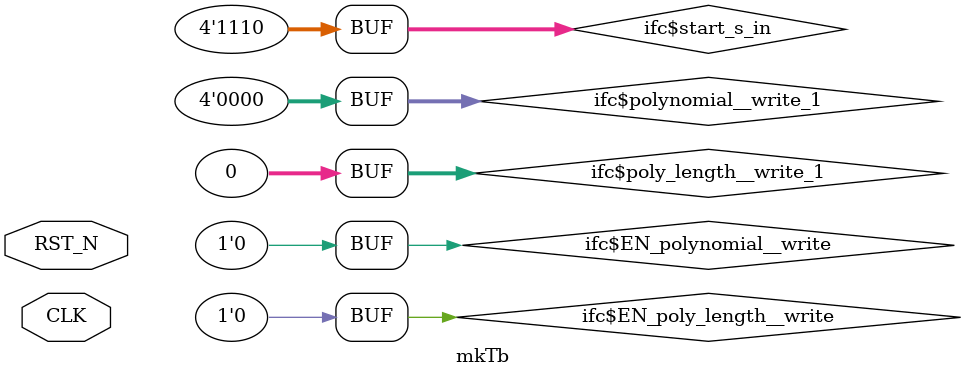
<source format=v>

`ifdef BSV_ASSIGNMENT_DELAY
`else
  `define BSV_ASSIGNMENT_DELAY
`endif

`ifdef BSV_POSITIVE_RESET
  `define BSV_RESET_VALUE 1'b1
  `define BSV_RESET_EDGE posedge
`else
  `define BSV_RESET_VALUE 1'b0
  `define BSV_RESET_EDGE negedge
`endif

module mkTb(CLK,
	    RST_N);
  input  CLK;
  input  RST_N;

  // register i
  reg [31 : 0] i;
  wire [31 : 0] i$D_IN;
  wire i$EN;

  // ports of submodule ifc
  wire [31 : 0] ifc$poly_length__read, ifc$poly_length__write_1;
  wire [3 : 0] ifc$polynomial__read, ifc$polynomial__write_1, ifc$start_s_in;
  wire ifc$EN_poly_length__write,
       ifc$EN_polynomial__write,
       ifc$EN_start,
       ifc$RDY_poly_length__read,
       ifc$RDY_polynomial__read;

  // rule scheduling signals
  wire WILL_FIRE_RL_theUltimateAnswer;

  // submodule ifc
  mkBerlekampMassey ifc(.CLK(CLK),
			.RST_N(RST_N),
			.poly_length__write_1(ifc$poly_length__write_1),
			.polynomial__write_1(ifc$polynomial__write_1),
			.start_s_in(ifc$start_s_in),
			.EN_start(ifc$EN_start),
			.EN_polynomial__write(ifc$EN_polynomial__write),
			.EN_poly_length__write(ifc$EN_poly_length__write),
			.RDY_start(),
			.RDY_polynomial__write(),
			.polynomial__read(ifc$polynomial__read),
			.RDY_polynomial__read(ifc$RDY_polynomial__read),
			.RDY_poly_length__write(),
			.poly_length__read(ifc$poly_length__read),
			.RDY_poly_length__read(ifc$RDY_poly_length__read),
			.outputValid(),
			.RDY_outputValid());

  // rule RL_theUltimateAnswer
  assign WILL_FIRE_RL_theUltimateAnswer =
	     ifc$RDY_poly_length__read && ifc$RDY_polynomial__read &&
	     i == 32'd1 ;

  // register i
  assign i$D_IN = i + 32'd1 ;
  assign i$EN = i == 32'd0 ;

  // submodule ifc
  assign ifc$poly_length__write_1 = 32'h0 ;
  assign ifc$polynomial__write_1 = 4'h0 ;
  assign ifc$start_s_in = 4'b1110 ;
  assign ifc$EN_start = i == 32'd0 ;
  assign ifc$EN_polynomial__write = 1'b0 ;
  assign ifc$EN_poly_length__write = 1'b0 ;

  // handling of inlined registers

  always@(posedge CLK)
  begin
    if (RST_N == `BSV_RESET_VALUE)
      begin
        i <= `BSV_ASSIGNMENT_DELAY 32'd0;
      end
    else
      begin
        if (i$EN) i <= `BSV_ASSIGNMENT_DELAY i$D_IN;
      end
  end

  // synopsys translate_off
  `ifdef BSV_NO_INITIAL_BLOCKS
  `else // not BSV_NO_INITIAL_BLOCKS
  initial
  begin
    i = 32'hAAAAAAAA;
  end
  `endif // BSV_NO_INITIAL_BLOCKS
  // synopsys translate_on

  // handling of system tasks

  // synopsys translate_off
  always@(negedge CLK)
  begin
    #0;
    if (RST_N != `BSV_RESET_VALUE)
      if (WILL_FIRE_RL_theUltimateAnswer)
	$display("Polynolmial= %b, degree= %d",
		 ifc$polynomial__read,
		 $signed(ifc$poly_length__read));
    if (RST_N != `BSV_RESET_VALUE)
      if (WILL_FIRE_RL_theUltimateAnswer) $finish(32'd0);
  end
  // synopsys translate_on
endmodule  // mkTb


</source>
